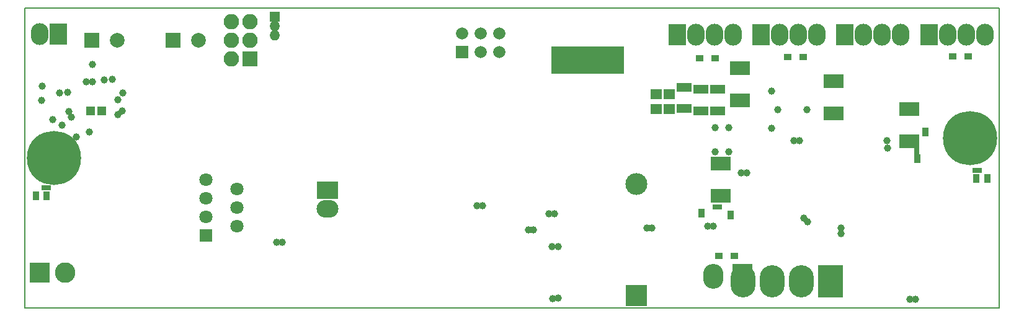
<source format=gbr>
G04 #@! TF.FileFunction,Soldermask,Bot*
%FSLAX46Y46*%
G04 Gerber Fmt 4.6, Leading zero omitted, Abs format (unit mm)*
G04 Created by KiCad (PCBNEW 4.0.7) date 06/14/18 22:28:00*
%MOMM*%
%LPD*%
G01*
G04 APERTURE LIST*
%ADD10C,0.100000*%
%ADD11C,0.150000*%
%ADD12R,1.200000X1.150000*%
%ADD13R,2.000000X2.000000*%
%ADD14C,2.000000*%
%ADD15R,0.700000X0.750000*%
%ADD16R,1.650000X1.400000*%
%ADD17R,0.750000X0.700000*%
%ADD18R,3.000000X3.000000*%
%ADD19O,3.000000X3.000000*%
%ADD20R,0.700000X1.850000*%
%ADD21C,7.400000*%
%ADD22R,2.100000X2.100000*%
%ADD23O,2.100000X2.100000*%
%ADD24R,1.400000X1.400000*%
%ADD25O,1.400000X1.400000*%
%ADD26R,2.750000X3.400000*%
%ADD27O,2.750000X3.400000*%
%ADD28C,1.670000*%
%ADD29R,1.670000X1.670000*%
%ADD30R,2.400000X3.000000*%
%ADD31O,2.400000X3.000000*%
%ADD32R,0.830000X0.680000*%
%ADD33R,0.900000X1.300000*%
%ADD34R,2.100000X1.300000*%
%ADD35R,1.797000X1.797000*%
%ADD36C,1.797000*%
%ADD37R,1.500000X1.290000*%
%ADD38R,3.000000X2.400000*%
%ADD39O,3.000000X2.400000*%
%ADD40C,2.800000*%
%ADD41R,2.800000X2.800000*%
%ADD42R,1.000000X0.850000*%
%ADD43R,3.400000X4.400000*%
%ADD44O,3.400000X4.400000*%
%ADD45C,1.000000*%
G04 APERTURE END LIST*
D10*
D11*
X25000000Y-164000000D02*
X25000000Y-123000000D01*
X158000000Y-164000000D02*
X25000000Y-164000000D01*
X158000000Y-123000000D02*
X158000000Y-164000000D01*
X25000000Y-123000000D02*
X158000000Y-123000000D01*
D12*
X35460000Y-137060000D03*
X33960000Y-137060000D03*
D13*
X45200000Y-127450000D03*
D14*
X48700000Y-127450000D03*
D15*
X119220000Y-150210000D03*
X119780000Y-150210000D03*
D13*
X34100000Y-127450000D03*
D14*
X37600000Y-127450000D03*
D16*
X111180000Y-134800000D03*
X111180000Y-136800000D03*
X112980000Y-134800000D03*
X112980000Y-136800000D03*
D17*
X146740000Y-142280000D03*
X146740000Y-142840000D03*
D15*
X154690000Y-145190000D03*
X155250000Y-145190000D03*
D18*
X108490000Y-162350000D03*
D19*
X108490000Y-147110000D03*
D20*
X118960000Y-144300000D03*
X119460000Y-144300000D03*
X119960000Y-144300000D03*
X120460000Y-144300000D03*
X120960000Y-144300000D03*
X120960000Y-148700000D03*
X120460000Y-148700000D03*
X119960000Y-148700000D03*
X119460000Y-148700000D03*
X118960000Y-148700000D03*
X121580000Y-131200000D03*
X122080000Y-131200000D03*
X122580000Y-131200000D03*
X123080000Y-131200000D03*
X123580000Y-131200000D03*
X123580000Y-135600000D03*
X123080000Y-135600000D03*
X122580000Y-135600000D03*
X122080000Y-135600000D03*
X121580000Y-135600000D03*
X134400000Y-132980000D03*
X134900000Y-132980000D03*
X135400000Y-132980000D03*
X135900000Y-132980000D03*
X136400000Y-132980000D03*
X136400000Y-137380000D03*
X135900000Y-137380000D03*
X135400000Y-137380000D03*
X134900000Y-137380000D03*
X134400000Y-137380000D03*
D21*
X154010000Y-140810000D03*
D22*
X55690000Y-129950000D03*
D23*
X53150000Y-129950000D03*
X55690000Y-127410000D03*
X53150000Y-127410000D03*
X55690000Y-124870000D03*
X53150000Y-124870000D03*
D24*
X59090000Y-124250000D03*
D25*
X59090000Y-125520000D03*
X59090000Y-126790000D03*
D26*
X122950000Y-159700000D03*
D27*
X118990000Y-159700000D03*
D28*
X84690000Y-126480000D03*
X87230000Y-126480000D03*
X89770000Y-126480000D03*
D29*
X84690000Y-129020000D03*
D28*
X87230000Y-129020000D03*
X89770000Y-129020000D03*
D30*
X125520000Y-126650000D03*
D31*
X128060000Y-126650000D03*
X130600000Y-126650000D03*
X133140000Y-126650000D03*
D30*
X114080000Y-126650000D03*
D31*
X116620000Y-126650000D03*
X119160000Y-126650000D03*
X121700000Y-126650000D03*
D30*
X136950000Y-126650000D03*
D31*
X139490000Y-126650000D03*
X142030000Y-126650000D03*
X144570000Y-126650000D03*
D30*
X148400000Y-126650000D03*
D31*
X150940000Y-126650000D03*
X153480000Y-126650000D03*
X156020000Y-126650000D03*
D32*
X117330000Y-150810000D03*
X117330000Y-151330000D03*
X121330000Y-151030000D03*
X121330000Y-151550000D03*
D33*
X154890000Y-146270000D03*
X156390000Y-146270000D03*
D34*
X119520000Y-137050000D03*
X119520000Y-134150000D03*
X117260000Y-137050000D03*
X117260000Y-134150000D03*
X115010000Y-133880000D03*
X115010000Y-136780000D03*
D32*
X146780000Y-143880000D03*
X146780000Y-143360000D03*
X147910000Y-139720000D03*
X147910000Y-140240000D03*
D35*
X49734000Y-154120000D03*
D36*
X53925000Y-152850000D03*
X49734000Y-151580000D03*
X53925000Y-150310000D03*
X49734000Y-149040000D03*
X53925000Y-147770000D03*
X49734000Y-146500000D03*
D37*
X106045000Y-131385000D03*
X106045000Y-130535000D03*
X106045000Y-128835000D03*
X106045000Y-129685000D03*
X104988750Y-129685000D03*
X104988750Y-128835000D03*
X104988750Y-130535000D03*
X104988750Y-131385000D03*
X103932500Y-131385000D03*
X103932500Y-130535000D03*
X103932500Y-128835000D03*
X103932500Y-129685000D03*
X102876250Y-129685000D03*
X102876250Y-128835000D03*
X102876250Y-130535000D03*
X102876250Y-131385000D03*
X101820000Y-131385000D03*
X101820000Y-130535000D03*
X101820000Y-128835000D03*
X101820000Y-129685000D03*
X100763750Y-129685000D03*
X100763750Y-128835000D03*
X100763750Y-130535000D03*
X100763750Y-131385000D03*
X99707500Y-131385000D03*
X99707500Y-130535000D03*
X99707500Y-128835000D03*
X99707500Y-129685000D03*
X98651250Y-129685000D03*
X98651250Y-128835000D03*
X98651250Y-130535000D03*
X98651250Y-131385000D03*
X97595000Y-131385000D03*
X97595000Y-130535000D03*
X97595000Y-128835000D03*
X97595000Y-129685000D03*
D20*
X146710000Y-141200000D03*
X146210000Y-141200000D03*
X145710000Y-141200000D03*
X145210000Y-141200000D03*
X144710000Y-141200000D03*
X144710000Y-136800000D03*
X145210000Y-136800000D03*
X145710000Y-136800000D03*
X146210000Y-136800000D03*
X146710000Y-136800000D03*
D15*
X27610000Y-147590000D03*
X28170000Y-147590000D03*
D21*
X29000000Y-143500000D03*
D33*
X26470000Y-148670000D03*
X27970000Y-148670000D03*
D38*
X66330000Y-147920000D03*
D39*
X66330000Y-150460000D03*
D30*
X29550000Y-126600000D03*
D31*
X27010000Y-126600000D03*
D40*
X30500000Y-159200000D03*
D41*
X27000000Y-159200000D03*
D42*
X119180000Y-129910000D03*
X117080000Y-129910000D03*
X151620000Y-129600000D03*
X153720000Y-129600000D03*
X129130000Y-129720000D03*
X131230000Y-129720000D03*
X121830000Y-156910000D03*
X119730000Y-156910000D03*
D43*
X134950000Y-160350000D03*
D44*
X130987600Y-160350000D03*
X127025200Y-160350000D03*
X123062800Y-160350000D03*
D45*
X109870000Y-153110000D03*
X110610000Y-153090000D03*
X97270000Y-151120000D03*
X96530000Y-151140000D03*
X34180000Y-133140000D03*
X34180000Y-130700000D03*
X28770000Y-138240000D03*
X32020000Y-140650000D03*
X121050000Y-142650000D03*
X119180000Y-142650000D03*
X131300000Y-151700000D03*
X131830000Y-152220000D03*
X123520000Y-145550000D03*
X122770000Y-145530000D03*
X121100000Y-139390000D03*
X119180000Y-139390000D03*
X118960000Y-152830000D03*
X118220000Y-152850000D03*
X96990000Y-155630000D03*
X97770000Y-155620000D03*
X97760000Y-162690000D03*
X97000000Y-162710000D03*
X142710000Y-141180000D03*
X142720000Y-142140000D03*
X129960000Y-141110000D03*
X130700000Y-141110000D03*
X31020000Y-137140000D03*
X35790000Y-132810000D03*
X29760000Y-134600000D03*
X30850000Y-134560000D03*
X146570000Y-162800000D03*
X136390000Y-153110000D03*
X145830000Y-162800000D03*
X136390000Y-153860000D03*
X30050000Y-139000000D03*
X33770000Y-139920000D03*
X37700000Y-137550000D03*
X27320000Y-133730000D03*
X37660000Y-135550000D03*
X33400000Y-133120000D03*
X59330000Y-155030000D03*
X60080000Y-155010000D03*
X94410000Y-153360000D03*
X93710000Y-153360000D03*
X87450000Y-150050000D03*
X86730000Y-150070000D03*
X131750000Y-136890000D03*
X126930000Y-139490000D03*
X127770000Y-136920000D03*
X126910000Y-134400000D03*
X38260000Y-137080000D03*
X36900000Y-132770000D03*
X38360000Y-134650000D03*
X31360000Y-137960000D03*
X27310000Y-135660000D03*
M02*

</source>
